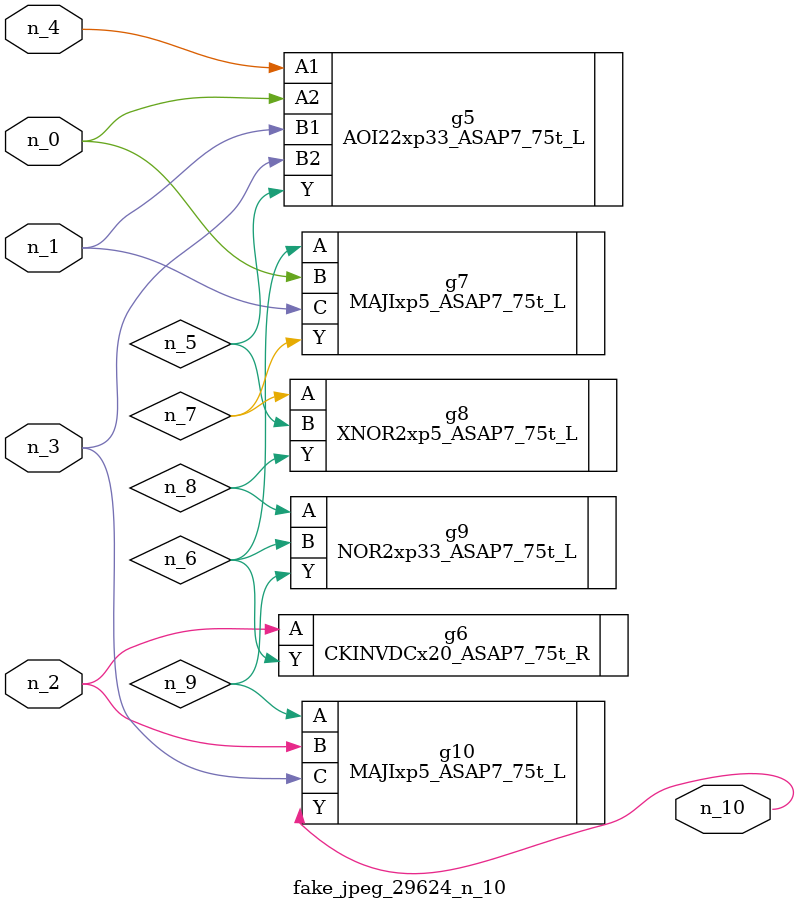
<source format=v>
module fake_jpeg_29624_n_10 (n_3, n_2, n_1, n_0, n_4, n_10);

input n_3;
input n_2;
input n_1;
input n_0;
input n_4;

output n_10;

wire n_8;
wire n_9;
wire n_6;
wire n_5;
wire n_7;

AOI22xp33_ASAP7_75t_L g5 ( 
.A1(n_4),
.A2(n_0),
.B1(n_1),
.B2(n_3),
.Y(n_5)
);

CKINVDCx20_ASAP7_75t_R g6 ( 
.A(n_2),
.Y(n_6)
);

MAJIxp5_ASAP7_75t_L g7 ( 
.A(n_6),
.B(n_0),
.C(n_1),
.Y(n_7)
);

XNOR2xp5_ASAP7_75t_L g8 ( 
.A(n_7),
.B(n_5),
.Y(n_8)
);

NOR2xp33_ASAP7_75t_L g9 ( 
.A(n_8),
.B(n_6),
.Y(n_9)
);

MAJIxp5_ASAP7_75t_L g10 ( 
.A(n_9),
.B(n_2),
.C(n_3),
.Y(n_10)
);


endmodule
</source>
